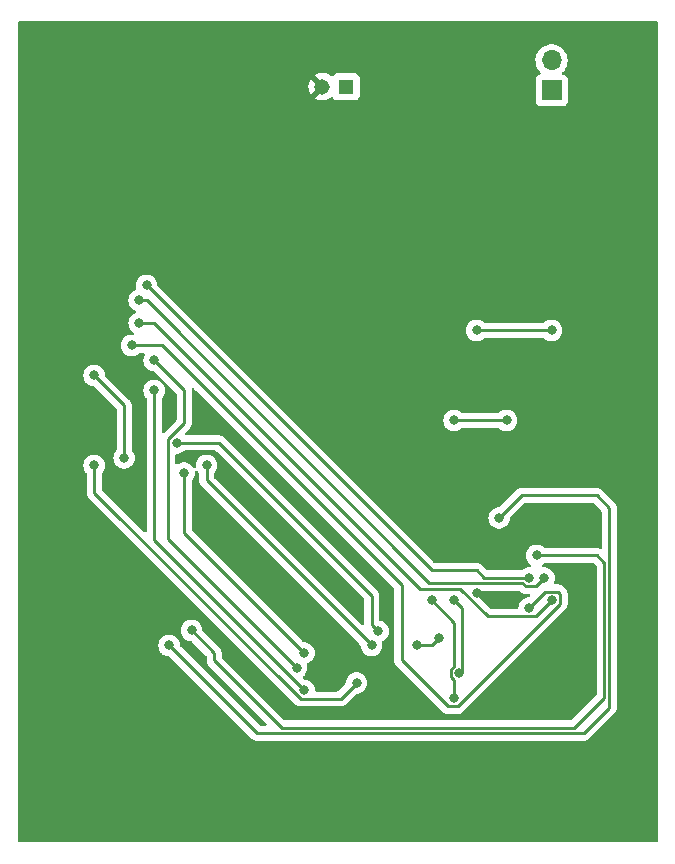
<source format=gbl>
%TF.GenerationSoftware,KiCad,Pcbnew,(6.0.2)*%
%TF.CreationDate,2023-04-06T22:37:41-04:00*%
%TF.ProjectId,skydiving-altimeter,736b7964-6976-4696-9e67-2d616c74696d,rev?*%
%TF.SameCoordinates,Original*%
%TF.FileFunction,Copper,L2,Bot*%
%TF.FilePolarity,Positive*%
%FSLAX46Y46*%
G04 Gerber Fmt 4.6, Leading zero omitted, Abs format (unit mm)*
G04 Created by KiCad (PCBNEW (6.0.2)) date 2023-04-06 22:37:41*
%MOMM*%
%LPD*%
G01*
G04 APERTURE LIST*
%TA.AperFunction,ComponentPad*%
%ADD10R,1.700000X1.700000*%
%TD*%
%TA.AperFunction,ComponentPad*%
%ADD11O,1.700000X1.700000*%
%TD*%
%TA.AperFunction,ComponentPad*%
%ADD12C,1.308000*%
%TD*%
%TA.AperFunction,ComponentPad*%
%ADD13R,1.308000X1.308000*%
%TD*%
%TA.AperFunction,ViaPad*%
%ADD14C,0.800000*%
%TD*%
%TA.AperFunction,Conductor*%
%ADD15C,0.250000*%
%TD*%
G04 APERTURE END LIST*
D10*
%TO.P,J3,1,Pin_1*%
%TO.N,/Power/VIN*%
X124460000Y-59055000D03*
D11*
%TO.P,J3,2,Pin_2*%
%TO.N,Net-(J2-Pad1)*%
X124460000Y-56515000D03*
%TD*%
D12*
%TO.P,J2,2,Pin_2*%
%TO.N,GND*%
X105045000Y-58727500D03*
D13*
%TO.P,J2,1,Pin_1*%
%TO.N,Net-(J2-Pad1)*%
X107045000Y-58727500D03*
%TD*%
D14*
%TO.N,GND*%
X107315000Y-98425000D03*
X105410000Y-99695000D03*
%TO.N,/STM_32/SWCLK*%
X92075000Y-106045000D03*
X120015000Y-95250000D03*
%TO.N,GND*%
X84455000Y-60960000D03*
X88900000Y-64770000D03*
%TO.N,/Display/RD*%
X95250000Y-90805000D03*
X109220000Y-106045000D03*
X113030000Y-106045000D03*
%TO.N,/Display/COMMAND_MODE*%
X85725000Y-90805000D03*
%TO.N,/Display/RD*%
X114935000Y-105410000D03*
%TO.N,/Display/COMMAND_MODE*%
X107950000Y-109220000D03*
%TO.N,GND*%
X81915000Y-74295000D03*
%TO.N,/Display/DB2*%
X85725000Y-83185000D03*
X88265000Y-90170000D03*
X93345000Y-91440000D03*
X103505359Y-106680359D03*
%TO.N,/Display/DB3*%
X90805000Y-81915000D03*
X102870000Y-107950000D03*
%TO.N,GND*%
X119700000Y-88265000D03*
X125095000Y-82550000D03*
%TO.N,+5V*%
X118110000Y-79375000D03*
X124460000Y-79375000D03*
%TO.N,GND*%
X110490000Y-107950000D03*
%TO.N,/Display/WR*%
X92710000Y-88900000D03*
X109783245Y-104846755D03*
%TO.N,/Display/DB1*%
X90805000Y-84455000D03*
X103505000Y-109855000D03*
X116645201Y-108390201D03*
X116205000Y-102235000D03*
%TO.N,GND*%
X114300000Y-97790000D03*
X116205000Y-97790000D03*
%TO.N,/Display/DB4*%
X88900000Y-80645000D03*
%TO.N,/Display/DB5*%
X89535000Y-78740000D03*
%TO.N,/Display/DB6*%
X89535000Y-76835000D03*
%TO.N,/Display/DB7*%
X90170000Y-75565000D03*
%TO.N,/STM_32/SWDIO*%
X93980000Y-104775000D03*
X123190000Y-98425000D03*
%TO.N,/Display/DB6*%
X123825000Y-100330000D03*
%TO.N,/Display/DB7*%
X122555000Y-100330000D03*
%TO.N,/Display/DB4*%
X122555000Y-102870000D03*
%TO.N,/Display/DB5*%
X124460000Y-102235000D03*
%TO.N,/LED_DI*%
X114300000Y-102235000D03*
X116205000Y-110490000D03*
%TO.N,GND*%
X118110000Y-97790000D03*
X121920000Y-82550000D03*
X104140000Y-71755000D03*
X118110000Y-101600000D03*
%TO.N,/Baro Sensor/SDA*%
X116205000Y-86995000D03*
X120650000Y-86995000D03*
%TD*%
D15*
%TO.N,/STM_32/SWCLK*%
X127185480Y-113479520D02*
X99509520Y-113479520D01*
X129354520Y-111310480D02*
X127185480Y-113479520D01*
X129354520Y-94429520D02*
X129354520Y-111310480D01*
X99509520Y-113479520D02*
X92075000Y-106045000D01*
X128270000Y-93345000D02*
X129354520Y-94429520D01*
X121920000Y-93345000D02*
X128270000Y-93345000D01*
X120015000Y-95250000D02*
X121920000Y-93345000D01*
%TO.N,/Display/RD*%
X95250000Y-92075000D02*
X95250000Y-90805000D01*
X109220000Y-106045000D02*
X95250000Y-92075000D01*
%TO.N,/Display/WR*%
X96274614Y-88900000D02*
X92710000Y-88900000D01*
X109220000Y-104283510D02*
X109220000Y-101845386D01*
X109783245Y-104846755D02*
X109220000Y-104283510D01*
X109220000Y-101845386D02*
X96274614Y-88900000D01*
%TO.N,/Display/RD*%
X114300000Y-106045000D02*
X113030000Y-106045000D01*
X114935000Y-105410000D02*
X114300000Y-106045000D01*
%TO.N,/Display/COMMAND_MODE*%
X85725000Y-93099614D02*
X85725000Y-90805000D01*
X103204897Y-110579511D02*
X85725000Y-93099614D01*
X106590489Y-110579511D02*
X103204897Y-110579511D01*
X107950000Y-109220000D02*
X106590489Y-110579511D01*
%TO.N,/STM_32/SWDIO*%
X128270000Y-98425000D02*
X123190000Y-98425000D01*
X128905000Y-99060000D02*
X128270000Y-98425000D01*
X128905000Y-110490000D02*
X128905000Y-99060000D01*
X126365000Y-113030000D02*
X128905000Y-110490000D01*
X101600000Y-113030000D02*
X126365000Y-113030000D01*
X93980000Y-104775000D02*
X95885000Y-106680000D01*
X95885000Y-106680000D02*
X95885000Y-107315000D01*
X95885000Y-107315000D02*
X101600000Y-113030000D01*
%TO.N,/LED_DI*%
X116205000Y-104140000D02*
X114300000Y-102235000D01*
X116205000Y-107805788D02*
X116205000Y-104140000D01*
X115920690Y-108090098D02*
X116205000Y-107805788D01*
X115920690Y-108690304D02*
X115920690Y-108090098D01*
X116205000Y-108974614D02*
X115920690Y-108690304D01*
X116205000Y-110490000D02*
X116205000Y-108974614D01*
%TO.N,/Display/DB2*%
X88265000Y-85725000D02*
X85725000Y-83185000D01*
X88265000Y-90170000D02*
X88265000Y-85725000D01*
X93345000Y-96520000D02*
X93345000Y-91440000D01*
X103505359Y-106680359D02*
X93345000Y-96520000D01*
%TO.N,/Display/DB3*%
X91985489Y-88599897D02*
X91985489Y-97065489D01*
X93345000Y-87240386D02*
X91985489Y-88599897D01*
X91985489Y-97065489D02*
X102870000Y-107950000D01*
X93345000Y-84455000D02*
X93345000Y-87240386D01*
X90805000Y-81915000D02*
X93345000Y-84455000D01*
%TO.N,/Display/DB1*%
X116840000Y-102870000D02*
X116205000Y-102235000D01*
X116840000Y-108195402D02*
X116840000Y-102870000D01*
X116645201Y-108390201D02*
X116840000Y-108195402D01*
%TO.N,GND*%
X121920000Y-82550000D02*
X125095000Y-82550000D01*
%TO.N,+5V*%
X124460000Y-79375000D02*
X118110000Y-79375000D01*
%TO.N,/Display/DB1*%
X90805000Y-97155000D02*
X90805000Y-84455000D01*
X103505000Y-109855000D02*
X90805000Y-97155000D01*
%TO.N,/Display/DB7*%
X114300000Y-99695000D02*
X90170000Y-75565000D01*
X118110000Y-99695000D02*
X114300000Y-99695000D01*
X118745000Y-100330000D02*
X118110000Y-99695000D01*
X122555000Y-100330000D02*
X118745000Y-100330000D01*
%TO.N,/Display/DB4*%
X91440000Y-80645000D02*
X88900000Y-80645000D01*
X111760000Y-100965000D02*
X91440000Y-80645000D01*
X115659511Y-111214511D02*
X111760000Y-107315000D01*
X116505103Y-111214511D02*
X115659511Y-111214511D01*
X125184511Y-101689511D02*
X125184511Y-102535103D01*
X125184511Y-102535103D02*
X116505103Y-111214511D01*
X125005489Y-101510489D02*
X125184511Y-101689511D01*
X122555000Y-102870000D02*
X123914511Y-101510489D01*
X123914511Y-101510489D02*
X125005489Y-101510489D01*
X111760000Y-107315000D02*
X111760000Y-100965000D01*
%TO.N,/Display/DB5*%
X90805000Y-78740000D02*
X89535000Y-78740000D01*
X116714426Y-101229040D02*
X113294040Y-101229040D01*
X123100489Y-103594511D02*
X119079897Y-103594511D01*
X113294040Y-101229040D02*
X90805000Y-78740000D01*
X124460000Y-102235000D02*
X123100489Y-103594511D01*
X119079897Y-103594511D02*
X116714426Y-101229040D01*
%TO.N,/Display/DB6*%
X90170000Y-76835000D02*
X89535000Y-76835000D01*
X114114520Y-100779520D02*
X90170000Y-76835000D01*
X121979906Y-100779520D02*
X114114520Y-100779520D01*
X122254897Y-101054511D02*
X121979906Y-100779520D01*
X123825000Y-100330000D02*
X123100489Y-101054511D01*
X123100489Y-101054511D02*
X122254897Y-101054511D01*
%TO.N,/Baro Sensor/SDA*%
X120650000Y-86995000D02*
X116205000Y-86995000D01*
%TD*%
%TA.AperFunction,Conductor*%
%TO.N,GND*%
G36*
X133419121Y-53233002D02*
G01*
X133465614Y-53286658D01*
X133477000Y-53339000D01*
X133477000Y-122556000D01*
X133456998Y-122624121D01*
X133403342Y-122670614D01*
X133351000Y-122682000D01*
X79374000Y-122682000D01*
X79305879Y-122661998D01*
X79259386Y-122608342D01*
X79248000Y-122556000D01*
X79248000Y-90805000D01*
X84811496Y-90805000D01*
X84812186Y-90811565D01*
X84830565Y-90986427D01*
X84831458Y-90994928D01*
X84890473Y-91176556D01*
X84985960Y-91341944D01*
X85059137Y-91423215D01*
X85089853Y-91487221D01*
X85091500Y-91507524D01*
X85091500Y-93020847D01*
X85090973Y-93032030D01*
X85089298Y-93039523D01*
X85089547Y-93047449D01*
X85089547Y-93047450D01*
X85091438Y-93107600D01*
X85091500Y-93111559D01*
X85091500Y-93139470D01*
X85091997Y-93143404D01*
X85091997Y-93143405D01*
X85092005Y-93143470D01*
X85092938Y-93155307D01*
X85094327Y-93199503D01*
X85099978Y-93218953D01*
X85103987Y-93238314D01*
X85106526Y-93258411D01*
X85109445Y-93265782D01*
X85109445Y-93265784D01*
X85122804Y-93299526D01*
X85126649Y-93310756D01*
X85138982Y-93353207D01*
X85143015Y-93360026D01*
X85143017Y-93360031D01*
X85149293Y-93370642D01*
X85157988Y-93388390D01*
X85165448Y-93407231D01*
X85170110Y-93413647D01*
X85170110Y-93413648D01*
X85191436Y-93443001D01*
X85197952Y-93452921D01*
X85220458Y-93490976D01*
X85234779Y-93505297D01*
X85247619Y-93520330D01*
X85259528Y-93536721D01*
X85265634Y-93541772D01*
X85293605Y-93564912D01*
X85302384Y-93572902D01*
X102701240Y-110971758D01*
X102708784Y-110980048D01*
X102712897Y-110986529D01*
X102718674Y-110991954D01*
X102762564Y-111033169D01*
X102765406Y-111035924D01*
X102785127Y-111055645D01*
X102788322Y-111058123D01*
X102797344Y-111065829D01*
X102829576Y-111096097D01*
X102836525Y-111099917D01*
X102847329Y-111105857D01*
X102863853Y-111116710D01*
X102879856Y-111129124D01*
X102920440Y-111146687D01*
X102931070Y-111151894D01*
X102969837Y-111173206D01*
X102977514Y-111175177D01*
X102977519Y-111175179D01*
X102989455Y-111178243D01*
X103008163Y-111184648D01*
X103026752Y-111192692D01*
X103034577Y-111193931D01*
X103034579Y-111193932D01*
X103070416Y-111199608D01*
X103082037Y-111202015D01*
X103113856Y-111210184D01*
X103124867Y-111213011D01*
X103145128Y-111213011D01*
X103164837Y-111214562D01*
X103184840Y-111217730D01*
X103192732Y-111216984D01*
X103197959Y-111216490D01*
X103228851Y-111213570D01*
X103240708Y-111213011D01*
X106511722Y-111213011D01*
X106522905Y-111213538D01*
X106530398Y-111215213D01*
X106538324Y-111214964D01*
X106538325Y-111214964D01*
X106598475Y-111213073D01*
X106602434Y-111213011D01*
X106630345Y-111213011D01*
X106634280Y-111212514D01*
X106634345Y-111212506D01*
X106646182Y-111211573D01*
X106678440Y-111210559D01*
X106682459Y-111210433D01*
X106690378Y-111210184D01*
X106709832Y-111204532D01*
X106729189Y-111200524D01*
X106741419Y-111198979D01*
X106741420Y-111198979D01*
X106749286Y-111197985D01*
X106756657Y-111195066D01*
X106756659Y-111195066D01*
X106790401Y-111181707D01*
X106801631Y-111177862D01*
X106836472Y-111167740D01*
X106836473Y-111167740D01*
X106844082Y-111165529D01*
X106850901Y-111161496D01*
X106850906Y-111161494D01*
X106861517Y-111155218D01*
X106879265Y-111146523D01*
X106898106Y-111139063D01*
X106918476Y-111124264D01*
X106933876Y-111113075D01*
X106943796Y-111106559D01*
X106975024Y-111088091D01*
X106975027Y-111088089D01*
X106981851Y-111084053D01*
X106996172Y-111069732D01*
X107011206Y-111056891D01*
X107012921Y-111055645D01*
X107027596Y-111044983D01*
X107032646Y-111038879D01*
X107032651Y-111038874D01*
X107055782Y-111010913D01*
X107063772Y-111002132D01*
X107900501Y-110165404D01*
X107962813Y-110131379D01*
X107989596Y-110128500D01*
X108045487Y-110128500D01*
X108051939Y-110127128D01*
X108051944Y-110127128D01*
X108138887Y-110108647D01*
X108232288Y-110088794D01*
X108238319Y-110086109D01*
X108400722Y-110013803D01*
X108400724Y-110013802D01*
X108406752Y-110011118D01*
X108561253Y-109898866D01*
X108565675Y-109893955D01*
X108684621Y-109761852D01*
X108684622Y-109761851D01*
X108689040Y-109756944D01*
X108784527Y-109591556D01*
X108843542Y-109409928D01*
X108857418Y-109277910D01*
X108862814Y-109226565D01*
X108863504Y-109220000D01*
X108853099Y-109120998D01*
X108844232Y-109036635D01*
X108844232Y-109036633D01*
X108843542Y-109030072D01*
X108784527Y-108848444D01*
X108689040Y-108683056D01*
X108648598Y-108638140D01*
X108565675Y-108546045D01*
X108565674Y-108546044D01*
X108561253Y-108541134D01*
X108406752Y-108428882D01*
X108400724Y-108426198D01*
X108400722Y-108426197D01*
X108238319Y-108353891D01*
X108238318Y-108353891D01*
X108232288Y-108351206D01*
X108119721Y-108327279D01*
X108051944Y-108312872D01*
X108051939Y-108312872D01*
X108045487Y-108311500D01*
X107854513Y-108311500D01*
X107848061Y-108312872D01*
X107848056Y-108312872D01*
X107780279Y-108327279D01*
X107667712Y-108351206D01*
X107661682Y-108353891D01*
X107661681Y-108353891D01*
X107499278Y-108426197D01*
X107499276Y-108426198D01*
X107493248Y-108428882D01*
X107338747Y-108541134D01*
X107334326Y-108546044D01*
X107334325Y-108546045D01*
X107251403Y-108638140D01*
X107210960Y-108683056D01*
X107115473Y-108848444D01*
X107056458Y-109030072D01*
X107055768Y-109036633D01*
X107055768Y-109036635D01*
X107049530Y-109095990D01*
X107040562Y-109181319D01*
X107039093Y-109195292D01*
X107012080Y-109260949D01*
X107002878Y-109271218D01*
X106364988Y-109909107D01*
X106302676Y-109943132D01*
X106275893Y-109946011D01*
X104541521Y-109946011D01*
X104473400Y-109926009D01*
X104426907Y-109872353D01*
X104416211Y-109833182D01*
X104399232Y-109671634D01*
X104399231Y-109671631D01*
X104398542Y-109665072D01*
X104339527Y-109483444D01*
X104244040Y-109318056D01*
X104207893Y-109277910D01*
X104120675Y-109181045D01*
X104120674Y-109181044D01*
X104116253Y-109176134D01*
X103993952Y-109087277D01*
X103967094Y-109067763D01*
X103967093Y-109067762D01*
X103961752Y-109063882D01*
X103955724Y-109061198D01*
X103955722Y-109061197D01*
X103793319Y-108988891D01*
X103793318Y-108988891D01*
X103787288Y-108986206D01*
X103670266Y-108961332D01*
X103606944Y-108947872D01*
X103606939Y-108947872D01*
X103600487Y-108946500D01*
X103544595Y-108946500D01*
X103476474Y-108926498D01*
X103455500Y-108909595D01*
X103408058Y-108862153D01*
X103374032Y-108799841D01*
X103379097Y-108729026D01*
X103423092Y-108671123D01*
X103481253Y-108628866D01*
X103560247Y-108541134D01*
X103604621Y-108491852D01*
X103604622Y-108491851D01*
X103609040Y-108486944D01*
X103704527Y-108321556D01*
X103763542Y-108139928D01*
X103765640Y-108119973D01*
X103782814Y-107956565D01*
X103783504Y-107950000D01*
X103765668Y-107780298D01*
X103764232Y-107766635D01*
X103764232Y-107766633D01*
X103763542Y-107760072D01*
X103741776Y-107693084D01*
X103739748Y-107622117D01*
X103776411Y-107561319D01*
X103810360Y-107539041D01*
X103956081Y-107474162D01*
X103956083Y-107474161D01*
X103962111Y-107471477D01*
X104116612Y-107359225D01*
X104203401Y-107262836D01*
X104239980Y-107222211D01*
X104239981Y-107222210D01*
X104244399Y-107217303D01*
X104339886Y-107051915D01*
X104398901Y-106870287D01*
X104415271Y-106714540D01*
X104418173Y-106686924D01*
X104418863Y-106680359D01*
X104416782Y-106660555D01*
X104399591Y-106496994D01*
X104399591Y-106496992D01*
X104398901Y-106490431D01*
X104339886Y-106308803D01*
X104319976Y-106274317D01*
X104283375Y-106210923D01*
X104244399Y-106143415D01*
X104116612Y-106001493D01*
X103962111Y-105889241D01*
X103956083Y-105886557D01*
X103956081Y-105886556D01*
X103793678Y-105814250D01*
X103793677Y-105814250D01*
X103787647Y-105811565D01*
X103694247Y-105791712D01*
X103607303Y-105773231D01*
X103607298Y-105773231D01*
X103600846Y-105771859D01*
X103544954Y-105771859D01*
X103476833Y-105751857D01*
X103455859Y-105734954D01*
X94015405Y-96294500D01*
X93981379Y-96232188D01*
X93978500Y-96205405D01*
X93978500Y-92142524D01*
X93998502Y-92074403D01*
X94010858Y-92058221D01*
X94084040Y-91976944D01*
X94179527Y-91811556D01*
X94238542Y-91629928D01*
X94258504Y-91440000D01*
X94251680Y-91375070D01*
X94264453Y-91305232D01*
X94312955Y-91253385D01*
X94381788Y-91235991D01*
X94449097Y-91258573D01*
X94486107Y-91298898D01*
X94510960Y-91341944D01*
X94584137Y-91423215D01*
X94614853Y-91487221D01*
X94616500Y-91507524D01*
X94616500Y-91996233D01*
X94615973Y-92007416D01*
X94614298Y-92014909D01*
X94614547Y-92022835D01*
X94614547Y-92022836D01*
X94616438Y-92082986D01*
X94616500Y-92086945D01*
X94616500Y-92114856D01*
X94616997Y-92118790D01*
X94616997Y-92118791D01*
X94617005Y-92118856D01*
X94617938Y-92130693D01*
X94619327Y-92174889D01*
X94624978Y-92194339D01*
X94628987Y-92213700D01*
X94631526Y-92233797D01*
X94634445Y-92241168D01*
X94634445Y-92241170D01*
X94647804Y-92274912D01*
X94651649Y-92286142D01*
X94663982Y-92328593D01*
X94668015Y-92335412D01*
X94668017Y-92335417D01*
X94674293Y-92346028D01*
X94682988Y-92363776D01*
X94690448Y-92382617D01*
X94695110Y-92389033D01*
X94695110Y-92389034D01*
X94716436Y-92418387D01*
X94722952Y-92428307D01*
X94745458Y-92466362D01*
X94759779Y-92480683D01*
X94772619Y-92495716D01*
X94784528Y-92512107D01*
X94790634Y-92517158D01*
X94818605Y-92540298D01*
X94827384Y-92548288D01*
X108272878Y-105993782D01*
X108306904Y-106056094D01*
X108309092Y-106069703D01*
X108326458Y-106234928D01*
X108385473Y-106416556D01*
X108480960Y-106581944D01*
X108485378Y-106586851D01*
X108485379Y-106586852D01*
X108567452Y-106678003D01*
X108608747Y-106723866D01*
X108656784Y-106758767D01*
X108748034Y-106825064D01*
X108763248Y-106836118D01*
X108769276Y-106838802D01*
X108769278Y-106838803D01*
X108919083Y-106905500D01*
X108937712Y-106913794D01*
X109031113Y-106933647D01*
X109118056Y-106952128D01*
X109118061Y-106952128D01*
X109124513Y-106953500D01*
X109315487Y-106953500D01*
X109321939Y-106952128D01*
X109321944Y-106952128D01*
X109408888Y-106933647D01*
X109502288Y-106913794D01*
X109520917Y-106905500D01*
X109670722Y-106838803D01*
X109670724Y-106838802D01*
X109676752Y-106836118D01*
X109691967Y-106825064D01*
X109783216Y-106758767D01*
X109831253Y-106723866D01*
X109872548Y-106678003D01*
X109954621Y-106586852D01*
X109954622Y-106586851D01*
X109959040Y-106581944D01*
X110054527Y-106416556D01*
X110113542Y-106234928D01*
X110133504Y-106045000D01*
X110113542Y-105855072D01*
X110102928Y-105822405D01*
X110100902Y-105751438D01*
X110137565Y-105690640D01*
X110171513Y-105668364D01*
X110233967Y-105640558D01*
X110233969Y-105640557D01*
X110239997Y-105637873D01*
X110394498Y-105525621D01*
X110455610Y-105457749D01*
X110517866Y-105388607D01*
X110517867Y-105388606D01*
X110522285Y-105383699D01*
X110617772Y-105218311D01*
X110676787Y-105036683D01*
X110685019Y-104958365D01*
X110696059Y-104853320D01*
X110696749Y-104846755D01*
X110687544Y-104759174D01*
X110677477Y-104663390D01*
X110677477Y-104663388D01*
X110676787Y-104656827D01*
X110617772Y-104475199D01*
X110522285Y-104309811D01*
X110453258Y-104233148D01*
X110398920Y-104172800D01*
X110398919Y-104172799D01*
X110394498Y-104167889D01*
X110269070Y-104076760D01*
X110245339Y-104059518D01*
X110245338Y-104059517D01*
X110239997Y-104055637D01*
X110233969Y-104052953D01*
X110233967Y-104052952D01*
X110071564Y-103980646D01*
X110071563Y-103980646D01*
X110065533Y-103977961D01*
X109953302Y-103954105D01*
X109890830Y-103920378D01*
X109856508Y-103858228D01*
X109853500Y-103830859D01*
X109853500Y-101924149D01*
X109854027Y-101912965D01*
X109855701Y-101905477D01*
X109853562Y-101837418D01*
X109853500Y-101833461D01*
X109853500Y-101805530D01*
X109852994Y-101801524D01*
X109852061Y-101789678D01*
X109850922Y-101753423D01*
X109850673Y-101745496D01*
X109845022Y-101726044D01*
X109841014Y-101706692D01*
X109839468Y-101694454D01*
X109839467Y-101694452D01*
X109838474Y-101686589D01*
X109822194Y-101645472D01*
X109818359Y-101634271D01*
X109806018Y-101591792D01*
X109801985Y-101584973D01*
X109801983Y-101584968D01*
X109795707Y-101574357D01*
X109787010Y-101556607D01*
X109779552Y-101537769D01*
X109753571Y-101502009D01*
X109747053Y-101492087D01*
X109728578Y-101460846D01*
X109728574Y-101460841D01*
X109724542Y-101454023D01*
X109710218Y-101439699D01*
X109697376Y-101424664D01*
X109685472Y-101408279D01*
X109651406Y-101380097D01*
X109642627Y-101372108D01*
X96778266Y-88507747D01*
X96770726Y-88499461D01*
X96766614Y-88492982D01*
X96716962Y-88446356D01*
X96714121Y-88443602D01*
X96694384Y-88423865D01*
X96691187Y-88421385D01*
X96682165Y-88413680D01*
X96655714Y-88388841D01*
X96649935Y-88383414D01*
X96642989Y-88379595D01*
X96642986Y-88379593D01*
X96632180Y-88373652D01*
X96615661Y-88362801D01*
X96615197Y-88362441D01*
X96599655Y-88350386D01*
X96592386Y-88347241D01*
X96592382Y-88347238D01*
X96559077Y-88332826D01*
X96548427Y-88327609D01*
X96509674Y-88306305D01*
X96490051Y-88301267D01*
X96471348Y-88294863D01*
X96460034Y-88289967D01*
X96460033Y-88289967D01*
X96452759Y-88286819D01*
X96444936Y-88285580D01*
X96444926Y-88285577D01*
X96409090Y-88279901D01*
X96397470Y-88277495D01*
X96362325Y-88268472D01*
X96362324Y-88268472D01*
X96354644Y-88266500D01*
X96334390Y-88266500D01*
X96314679Y-88264949D01*
X96302500Y-88263020D01*
X96294671Y-88261780D01*
X96286779Y-88262526D01*
X96250653Y-88265941D01*
X96238795Y-88266500D01*
X93518981Y-88266500D01*
X93450860Y-88246498D01*
X93404367Y-88192842D01*
X93394263Y-88122568D01*
X93423757Y-88057988D01*
X93429886Y-88051405D01*
X93737253Y-87744038D01*
X93745539Y-87736498D01*
X93752018Y-87732386D01*
X93798644Y-87682734D01*
X93801398Y-87679893D01*
X93821135Y-87660156D01*
X93823615Y-87656959D01*
X93831320Y-87647937D01*
X93845395Y-87632949D01*
X93861586Y-87615707D01*
X93865405Y-87608761D01*
X93865407Y-87608758D01*
X93871348Y-87597952D01*
X93882199Y-87581433D01*
X93889758Y-87571687D01*
X93894614Y-87565427D01*
X93897759Y-87558158D01*
X93897762Y-87558154D01*
X93912174Y-87524849D01*
X93917391Y-87514199D01*
X93938695Y-87475446D01*
X93943733Y-87455823D01*
X93950137Y-87437120D01*
X93955033Y-87425806D01*
X93955033Y-87425805D01*
X93958181Y-87418531D01*
X93959420Y-87410708D01*
X93959423Y-87410698D01*
X93965099Y-87374862D01*
X93967505Y-87363242D01*
X93976528Y-87328097D01*
X93976528Y-87328096D01*
X93978500Y-87320416D01*
X93978500Y-87300162D01*
X93980051Y-87280451D01*
X93981980Y-87268272D01*
X93983220Y-87260443D01*
X93979059Y-87216424D01*
X93978500Y-87204567D01*
X93978500Y-84533763D01*
X93979027Y-84522579D01*
X93980701Y-84515091D01*
X93978562Y-84447032D01*
X93978500Y-84443075D01*
X93978500Y-84415144D01*
X93977994Y-84411138D01*
X93977061Y-84399288D01*
X93976632Y-84385616D01*
X93994488Y-84316901D01*
X94046659Y-84268748D01*
X94116581Y-84256445D01*
X94182055Y-84283899D01*
X94191665Y-84292569D01*
X111089595Y-101190499D01*
X111123621Y-101252811D01*
X111126500Y-101279594D01*
X111126500Y-107236233D01*
X111125973Y-107247416D01*
X111124298Y-107254909D01*
X111124547Y-107262835D01*
X111124547Y-107262836D01*
X111126438Y-107322986D01*
X111126500Y-107326945D01*
X111126500Y-107354856D01*
X111126997Y-107358790D01*
X111126997Y-107358791D01*
X111127005Y-107358856D01*
X111127938Y-107370693D01*
X111129327Y-107414889D01*
X111134978Y-107434339D01*
X111138987Y-107453700D01*
X111141526Y-107473797D01*
X111144445Y-107481168D01*
X111144445Y-107481170D01*
X111157804Y-107514912D01*
X111161649Y-107526142D01*
X111166658Y-107543383D01*
X111173982Y-107568593D01*
X111178015Y-107575412D01*
X111178017Y-107575417D01*
X111184293Y-107586028D01*
X111192988Y-107603776D01*
X111200448Y-107622617D01*
X111205110Y-107629033D01*
X111205110Y-107629034D01*
X111226436Y-107658387D01*
X111232952Y-107668307D01*
X111241374Y-107682547D01*
X111255458Y-107706362D01*
X111269779Y-107720683D01*
X111282619Y-107735716D01*
X111294528Y-107752107D01*
X111318973Y-107772330D01*
X111328605Y-107780298D01*
X111337384Y-107788288D01*
X115155854Y-111606758D01*
X115163398Y-111615048D01*
X115167511Y-111621529D01*
X115173288Y-111626954D01*
X115217178Y-111668169D01*
X115220020Y-111670924D01*
X115239741Y-111690645D01*
X115242936Y-111693123D01*
X115251958Y-111700829D01*
X115284190Y-111731097D01*
X115291139Y-111734917D01*
X115301943Y-111740857D01*
X115318467Y-111751710D01*
X115334470Y-111764124D01*
X115375054Y-111781687D01*
X115385684Y-111786894D01*
X115424451Y-111808206D01*
X115432128Y-111810177D01*
X115432133Y-111810179D01*
X115444069Y-111813243D01*
X115462777Y-111819648D01*
X115481366Y-111827692D01*
X115489191Y-111828931D01*
X115489193Y-111828932D01*
X115525030Y-111834608D01*
X115536651Y-111837015D01*
X115568470Y-111845184D01*
X115579481Y-111848011D01*
X115599742Y-111848011D01*
X115619451Y-111849562D01*
X115639454Y-111852730D01*
X115647346Y-111851984D01*
X115652573Y-111851490D01*
X115683465Y-111848570D01*
X115695322Y-111848011D01*
X116426336Y-111848011D01*
X116437519Y-111848538D01*
X116445012Y-111850213D01*
X116452938Y-111849964D01*
X116452939Y-111849964D01*
X116513089Y-111848073D01*
X116517048Y-111848011D01*
X116544959Y-111848011D01*
X116548894Y-111847514D01*
X116548959Y-111847506D01*
X116560796Y-111846573D01*
X116593054Y-111845559D01*
X116597073Y-111845433D01*
X116604992Y-111845184D01*
X116624446Y-111839532D01*
X116643803Y-111835524D01*
X116656033Y-111833979D01*
X116656034Y-111833979D01*
X116663900Y-111832985D01*
X116671271Y-111830066D01*
X116671273Y-111830066D01*
X116705015Y-111816707D01*
X116716245Y-111812862D01*
X116751086Y-111802740D01*
X116751087Y-111802740D01*
X116758696Y-111800529D01*
X116765515Y-111796496D01*
X116765520Y-111796494D01*
X116776131Y-111790218D01*
X116793879Y-111781523D01*
X116812720Y-111774063D01*
X116833090Y-111759264D01*
X116848490Y-111748075D01*
X116858410Y-111741559D01*
X116889638Y-111723091D01*
X116889641Y-111723089D01*
X116896465Y-111719053D01*
X116910786Y-111704732D01*
X116925820Y-111691891D01*
X116927535Y-111690645D01*
X116942210Y-111679983D01*
X116970401Y-111645906D01*
X116978391Y-111637127D01*
X125576758Y-103038760D01*
X125585048Y-103031216D01*
X125591529Y-103027103D01*
X125638170Y-102977435D01*
X125640924Y-102974594D01*
X125660646Y-102954872D01*
X125663123Y-102951679D01*
X125670828Y-102942658D01*
X125701097Y-102910424D01*
X125704918Y-102903474D01*
X125710857Y-102892671D01*
X125721713Y-102876144D01*
X125729268Y-102866405D01*
X125729269Y-102866403D01*
X125734125Y-102860143D01*
X125751685Y-102819563D01*
X125756902Y-102808915D01*
X125774386Y-102777112D01*
X125774387Y-102777110D01*
X125778206Y-102770163D01*
X125783244Y-102750540D01*
X125789648Y-102731837D01*
X125794544Y-102720523D01*
X125794544Y-102720522D01*
X125797692Y-102713248D01*
X125798931Y-102705425D01*
X125798934Y-102705415D01*
X125804610Y-102669579D01*
X125807016Y-102657959D01*
X125816039Y-102622814D01*
X125816039Y-102622813D01*
X125818011Y-102615133D01*
X125818011Y-102594879D01*
X125819562Y-102575168D01*
X125821491Y-102562989D01*
X125822731Y-102555160D01*
X125818570Y-102511141D01*
X125818011Y-102499284D01*
X125818011Y-101768274D01*
X125818538Y-101757090D01*
X125820212Y-101749602D01*
X125818073Y-101681543D01*
X125818011Y-101677586D01*
X125818011Y-101649655D01*
X125817505Y-101645649D01*
X125816572Y-101633803D01*
X125816356Y-101626907D01*
X125815184Y-101589621D01*
X125809533Y-101570169D01*
X125805525Y-101550817D01*
X125803978Y-101538574D01*
X125802985Y-101530714D01*
X125800067Y-101523343D01*
X125786711Y-101489608D01*
X125782866Y-101478381D01*
X125775789Y-101454023D01*
X125770529Y-101435918D01*
X125766495Y-101429096D01*
X125766492Y-101429090D01*
X125760217Y-101418479D01*
X125751521Y-101400729D01*
X125746983Y-101389267D01*
X125746980Y-101389262D01*
X125744063Y-101381894D01*
X125718084Y-101346136D01*
X125711568Y-101336218D01*
X125693086Y-101304968D01*
X125689053Y-101298148D01*
X125674729Y-101283824D01*
X125661887Y-101268789D01*
X125649983Y-101252404D01*
X125615917Y-101224222D01*
X125607138Y-101216233D01*
X125509141Y-101118236D01*
X125501601Y-101109950D01*
X125497489Y-101103471D01*
X125447837Y-101056845D01*
X125444996Y-101054091D01*
X125425259Y-101034354D01*
X125422062Y-101031874D01*
X125413040Y-101024169D01*
X125386589Y-100999330D01*
X125380810Y-100993903D01*
X125373864Y-100990084D01*
X125373861Y-100990082D01*
X125363055Y-100984141D01*
X125346536Y-100973290D01*
X125346072Y-100972930D01*
X125330530Y-100960875D01*
X125323261Y-100957730D01*
X125323257Y-100957727D01*
X125289952Y-100943315D01*
X125279302Y-100938098D01*
X125240549Y-100916794D01*
X125220926Y-100911756D01*
X125202223Y-100905352D01*
X125190909Y-100900456D01*
X125190908Y-100900456D01*
X125183634Y-100897308D01*
X125175811Y-100896069D01*
X125175801Y-100896066D01*
X125139965Y-100890390D01*
X125128345Y-100887984D01*
X125093200Y-100878961D01*
X125093199Y-100878961D01*
X125085519Y-100876989D01*
X125065265Y-100876989D01*
X125045554Y-100875438D01*
X125033375Y-100873509D01*
X125025546Y-100872269D01*
X125017654Y-100873015D01*
X124981528Y-100876430D01*
X124969670Y-100876989D01*
X124774686Y-100876989D01*
X124706565Y-100856987D01*
X124660072Y-100803331D01*
X124649968Y-100733057D01*
X124658585Y-100703187D01*
X124659527Y-100701556D01*
X124718542Y-100519928D01*
X124738504Y-100330000D01*
X124718542Y-100140072D01*
X124659527Y-99958444D01*
X124564040Y-99793056D01*
X124436253Y-99651134D01*
X124281752Y-99538882D01*
X124275724Y-99536198D01*
X124275722Y-99536197D01*
X124113319Y-99463891D01*
X124113318Y-99463891D01*
X124107288Y-99461206D01*
X123981539Y-99434477D01*
X123926944Y-99422872D01*
X123926939Y-99422872D01*
X123920487Y-99421500D01*
X123751856Y-99421500D01*
X123683735Y-99401498D01*
X123637242Y-99347842D01*
X123627138Y-99277568D01*
X123656632Y-99212988D01*
X123677795Y-99193564D01*
X123778415Y-99120459D01*
X123801253Y-99103866D01*
X123805668Y-99098963D01*
X123810580Y-99094540D01*
X123811705Y-99095789D01*
X123865014Y-99062949D01*
X123898200Y-99058500D01*
X127955406Y-99058500D01*
X128023527Y-99078502D01*
X128044501Y-99095405D01*
X128234595Y-99285499D01*
X128268621Y-99347811D01*
X128271500Y-99374594D01*
X128271500Y-110175405D01*
X128251498Y-110243526D01*
X128234595Y-110264500D01*
X126139500Y-112359595D01*
X126077188Y-112393621D01*
X126050405Y-112396500D01*
X101914594Y-112396500D01*
X101846473Y-112376498D01*
X101825499Y-112359595D01*
X96555405Y-107089500D01*
X96521379Y-107027188D01*
X96518500Y-107000405D01*
X96518500Y-106758767D01*
X96519027Y-106747584D01*
X96520702Y-106740091D01*
X96518562Y-106672000D01*
X96518500Y-106668043D01*
X96518500Y-106640144D01*
X96517996Y-106636153D01*
X96517063Y-106624311D01*
X96516677Y-106612006D01*
X96515674Y-106580111D01*
X96513462Y-106572497D01*
X96513461Y-106572492D01*
X96510023Y-106560659D01*
X96506012Y-106541295D01*
X96504467Y-106529064D01*
X96503474Y-106521203D01*
X96500557Y-106513836D01*
X96500556Y-106513831D01*
X96487198Y-106480092D01*
X96483354Y-106468865D01*
X96473230Y-106434022D01*
X96471018Y-106426407D01*
X96460707Y-106408972D01*
X96452012Y-106391224D01*
X96444552Y-106372383D01*
X96418564Y-106336613D01*
X96412048Y-106326693D01*
X96393580Y-106295465D01*
X96393578Y-106295462D01*
X96389542Y-106288638D01*
X96375221Y-106274317D01*
X96362380Y-106259283D01*
X96355131Y-106249306D01*
X96350472Y-106242893D01*
X96316395Y-106214702D01*
X96307616Y-106206712D01*
X94927122Y-104826217D01*
X94893096Y-104763905D01*
X94890907Y-104750292D01*
X94888894Y-104731134D01*
X94884977Y-104693866D01*
X94874232Y-104591635D01*
X94874232Y-104591633D01*
X94873542Y-104585072D01*
X94814527Y-104403444D01*
X94719040Y-104238056D01*
X94714246Y-104232731D01*
X94595675Y-104101045D01*
X94595674Y-104101044D01*
X94591253Y-104096134D01*
X94436752Y-103983882D01*
X94430724Y-103981198D01*
X94430722Y-103981197D01*
X94268319Y-103908891D01*
X94268318Y-103908891D01*
X94262288Y-103906206D01*
X94168887Y-103886353D01*
X94081944Y-103867872D01*
X94081939Y-103867872D01*
X94075487Y-103866500D01*
X93884513Y-103866500D01*
X93878061Y-103867872D01*
X93878056Y-103867872D01*
X93791112Y-103886353D01*
X93697712Y-103906206D01*
X93691682Y-103908891D01*
X93691681Y-103908891D01*
X93529278Y-103981197D01*
X93529276Y-103981198D01*
X93523248Y-103983882D01*
X93368747Y-104096134D01*
X93364326Y-104101044D01*
X93364325Y-104101045D01*
X93245755Y-104232731D01*
X93240960Y-104238056D01*
X93145473Y-104403444D01*
X93086458Y-104585072D01*
X93085768Y-104591633D01*
X93085768Y-104591635D01*
X93071515Y-104727251D01*
X93066496Y-104775000D01*
X93086458Y-104964928D01*
X93145473Y-105146556D01*
X93240960Y-105311944D01*
X93245378Y-105316851D01*
X93245379Y-105316852D01*
X93364325Y-105448955D01*
X93368747Y-105453866D01*
X93523248Y-105566118D01*
X93529276Y-105568802D01*
X93529278Y-105568803D01*
X93691681Y-105641109D01*
X93697712Y-105643794D01*
X93791113Y-105663647D01*
X93878056Y-105682128D01*
X93878061Y-105682128D01*
X93884513Y-105683500D01*
X93940406Y-105683500D01*
X94008527Y-105703502D01*
X94029501Y-105720405D01*
X95214595Y-106905500D01*
X95248621Y-106967812D01*
X95251500Y-106994595D01*
X95251500Y-107236233D01*
X95250973Y-107247416D01*
X95249298Y-107254909D01*
X95249547Y-107262835D01*
X95249547Y-107262836D01*
X95251438Y-107322986D01*
X95251500Y-107326945D01*
X95251500Y-107354856D01*
X95251997Y-107358790D01*
X95251997Y-107358791D01*
X95252005Y-107358856D01*
X95252938Y-107370693D01*
X95254327Y-107414889D01*
X95259978Y-107434339D01*
X95263987Y-107453700D01*
X95266526Y-107473797D01*
X95269445Y-107481168D01*
X95269445Y-107481170D01*
X95282804Y-107514912D01*
X95286649Y-107526142D01*
X95291658Y-107543383D01*
X95298982Y-107568593D01*
X95303015Y-107575412D01*
X95303017Y-107575417D01*
X95309293Y-107586028D01*
X95317988Y-107603776D01*
X95325448Y-107622617D01*
X95330110Y-107629033D01*
X95330110Y-107629034D01*
X95351436Y-107658387D01*
X95357952Y-107668307D01*
X95366374Y-107682547D01*
X95380458Y-107706362D01*
X95394779Y-107720683D01*
X95407619Y-107735716D01*
X95419528Y-107752107D01*
X95443973Y-107772330D01*
X95453605Y-107780298D01*
X95462384Y-107788288D01*
X100305021Y-112630925D01*
X100339047Y-112693237D01*
X100333982Y-112764052D01*
X100291435Y-112820888D01*
X100224915Y-112845699D01*
X100215926Y-112846020D01*
X99824114Y-112846020D01*
X99755993Y-112826018D01*
X99735019Y-112809115D01*
X93022122Y-106096217D01*
X92988096Y-106033905D01*
X92985907Y-106020292D01*
X92969232Y-105861635D01*
X92969232Y-105861633D01*
X92968542Y-105855072D01*
X92909527Y-105673444D01*
X92814040Y-105508056D01*
X92768744Y-105457749D01*
X92690675Y-105371045D01*
X92690674Y-105371044D01*
X92686253Y-105366134D01*
X92531752Y-105253882D01*
X92525724Y-105251198D01*
X92525722Y-105251197D01*
X92363319Y-105178891D01*
X92363318Y-105178891D01*
X92357288Y-105176206D01*
X92244721Y-105152279D01*
X92176944Y-105137872D01*
X92176939Y-105137872D01*
X92170487Y-105136500D01*
X91979513Y-105136500D01*
X91973061Y-105137872D01*
X91973056Y-105137872D01*
X91905279Y-105152279D01*
X91792712Y-105176206D01*
X91786682Y-105178891D01*
X91786681Y-105178891D01*
X91624278Y-105251197D01*
X91624276Y-105251198D01*
X91618248Y-105253882D01*
X91463747Y-105366134D01*
X91459326Y-105371044D01*
X91459325Y-105371045D01*
X91381257Y-105457749D01*
X91335960Y-105508056D01*
X91240473Y-105673444D01*
X91181458Y-105855072D01*
X91161496Y-106045000D01*
X91181458Y-106234928D01*
X91240473Y-106416556D01*
X91335960Y-106581944D01*
X91340378Y-106586851D01*
X91340379Y-106586852D01*
X91422452Y-106678003D01*
X91463747Y-106723866D01*
X91511784Y-106758767D01*
X91603034Y-106825064D01*
X91618248Y-106836118D01*
X91624276Y-106838802D01*
X91624278Y-106838803D01*
X91774083Y-106905500D01*
X91792712Y-106913794D01*
X91886113Y-106933647D01*
X91973056Y-106952128D01*
X91973061Y-106952128D01*
X91979513Y-106953500D01*
X92035406Y-106953500D01*
X92103527Y-106973502D01*
X92124501Y-106990405D01*
X99005868Y-113871773D01*
X99013408Y-113880059D01*
X99017520Y-113886538D01*
X99023297Y-113891963D01*
X99067171Y-113933163D01*
X99070013Y-113935918D01*
X99089750Y-113955655D01*
X99092947Y-113958135D01*
X99101967Y-113965838D01*
X99134199Y-113996106D01*
X99141145Y-113999925D01*
X99141148Y-113999927D01*
X99151954Y-114005868D01*
X99168473Y-114016719D01*
X99184479Y-114029134D01*
X99191748Y-114032279D01*
X99191752Y-114032282D01*
X99225057Y-114046694D01*
X99235707Y-114051911D01*
X99274460Y-114073215D01*
X99282135Y-114075186D01*
X99282136Y-114075186D01*
X99294082Y-114078253D01*
X99312787Y-114084657D01*
X99331375Y-114092701D01*
X99339198Y-114093940D01*
X99339208Y-114093943D01*
X99375044Y-114099619D01*
X99386664Y-114102025D01*
X99418479Y-114110193D01*
X99429490Y-114113020D01*
X99449744Y-114113020D01*
X99469454Y-114114571D01*
X99489463Y-114117740D01*
X99497355Y-114116994D01*
X99516100Y-114115222D01*
X99533482Y-114113579D01*
X99545339Y-114113020D01*
X127106713Y-114113020D01*
X127117896Y-114113547D01*
X127125389Y-114115222D01*
X127133315Y-114114973D01*
X127133316Y-114114973D01*
X127193466Y-114113082D01*
X127197425Y-114113020D01*
X127225336Y-114113020D01*
X127229271Y-114112523D01*
X127229336Y-114112515D01*
X127241173Y-114111582D01*
X127273431Y-114110568D01*
X127277450Y-114110442D01*
X127285369Y-114110193D01*
X127304823Y-114104541D01*
X127324180Y-114100533D01*
X127336410Y-114098988D01*
X127336411Y-114098988D01*
X127344277Y-114097994D01*
X127351648Y-114095075D01*
X127351650Y-114095075D01*
X127385392Y-114081716D01*
X127396622Y-114077871D01*
X127431463Y-114067749D01*
X127431464Y-114067749D01*
X127439073Y-114065538D01*
X127445892Y-114061505D01*
X127445897Y-114061503D01*
X127456508Y-114055227D01*
X127474256Y-114046532D01*
X127493097Y-114039072D01*
X127528867Y-114013084D01*
X127538787Y-114006568D01*
X127570015Y-113988100D01*
X127570018Y-113988098D01*
X127576842Y-113984062D01*
X127591163Y-113969741D01*
X127606197Y-113956900D01*
X127616174Y-113949651D01*
X127622587Y-113944992D01*
X127650778Y-113910915D01*
X127658768Y-113902136D01*
X129746773Y-111814132D01*
X129755059Y-111806592D01*
X129761538Y-111802480D01*
X129808164Y-111752828D01*
X129810918Y-111749987D01*
X129830655Y-111730250D01*
X129833135Y-111727053D01*
X129840840Y-111718031D01*
X129871106Y-111685801D01*
X129874925Y-111678855D01*
X129874927Y-111678852D01*
X129880868Y-111668046D01*
X129891719Y-111651527D01*
X129899278Y-111641781D01*
X129904134Y-111635521D01*
X129907279Y-111628252D01*
X129907282Y-111628248D01*
X129921694Y-111594943D01*
X129926911Y-111584293D01*
X129948215Y-111545540D01*
X129953253Y-111525917D01*
X129959657Y-111507214D01*
X129964553Y-111495900D01*
X129964553Y-111495899D01*
X129967701Y-111488625D01*
X129968940Y-111480802D01*
X129968943Y-111480792D01*
X129974619Y-111444956D01*
X129977025Y-111433336D01*
X129986048Y-111398191D01*
X129986048Y-111398190D01*
X129988020Y-111390510D01*
X129988020Y-111370256D01*
X129989571Y-111350545D01*
X129991500Y-111338366D01*
X129992740Y-111330537D01*
X129988579Y-111286518D01*
X129988020Y-111274661D01*
X129988020Y-94508287D01*
X129988547Y-94497104D01*
X129990222Y-94489611D01*
X129988082Y-94421520D01*
X129988020Y-94417563D01*
X129988020Y-94389664D01*
X129987516Y-94385673D01*
X129986583Y-94373831D01*
X129985477Y-94338621D01*
X129985194Y-94329631D01*
X129982982Y-94322017D01*
X129982981Y-94322012D01*
X129979543Y-94310179D01*
X129975532Y-94290815D01*
X129973987Y-94278584D01*
X129972994Y-94270723D01*
X129970077Y-94263356D01*
X129970076Y-94263351D01*
X129956718Y-94229612D01*
X129952874Y-94218385D01*
X129942750Y-94183542D01*
X129940538Y-94175927D01*
X129930227Y-94158492D01*
X129921532Y-94140744D01*
X129914072Y-94121903D01*
X129888084Y-94086133D01*
X129881568Y-94076213D01*
X129863100Y-94044985D01*
X129863098Y-94044982D01*
X129859062Y-94038158D01*
X129844741Y-94023837D01*
X129831900Y-94008803D01*
X129824651Y-93998826D01*
X129819992Y-93992413D01*
X129785915Y-93964222D01*
X129777136Y-93956232D01*
X128773652Y-92952747D01*
X128766112Y-92944461D01*
X128762000Y-92937982D01*
X128712348Y-92891356D01*
X128709507Y-92888602D01*
X128689770Y-92868865D01*
X128686573Y-92866385D01*
X128677551Y-92858680D01*
X128664122Y-92846069D01*
X128645321Y-92828414D01*
X128638375Y-92824595D01*
X128638372Y-92824593D01*
X128627566Y-92818652D01*
X128611047Y-92807801D01*
X128610583Y-92807441D01*
X128595041Y-92795386D01*
X128587772Y-92792241D01*
X128587768Y-92792238D01*
X128554463Y-92777826D01*
X128543813Y-92772609D01*
X128505060Y-92751305D01*
X128485437Y-92746267D01*
X128466734Y-92739863D01*
X128455420Y-92734967D01*
X128455419Y-92734967D01*
X128448145Y-92731819D01*
X128440322Y-92730580D01*
X128440312Y-92730577D01*
X128404476Y-92724901D01*
X128392856Y-92722495D01*
X128357711Y-92713472D01*
X128357710Y-92713472D01*
X128350030Y-92711500D01*
X128329776Y-92711500D01*
X128310065Y-92709949D01*
X128297886Y-92708020D01*
X128290057Y-92706780D01*
X128260786Y-92709547D01*
X128246039Y-92710941D01*
X128234181Y-92711500D01*
X121998767Y-92711500D01*
X121987584Y-92710973D01*
X121980091Y-92709298D01*
X121972165Y-92709547D01*
X121972164Y-92709547D01*
X121912001Y-92711438D01*
X121908043Y-92711500D01*
X121880144Y-92711500D01*
X121876154Y-92712004D01*
X121864320Y-92712936D01*
X121820111Y-92714326D01*
X121812497Y-92716538D01*
X121812492Y-92716539D01*
X121800659Y-92719977D01*
X121781296Y-92723988D01*
X121761203Y-92726526D01*
X121753836Y-92729443D01*
X121753831Y-92729444D01*
X121720092Y-92742802D01*
X121708865Y-92746646D01*
X121666407Y-92758982D01*
X121659581Y-92763019D01*
X121648972Y-92769293D01*
X121631224Y-92777988D01*
X121612383Y-92785448D01*
X121605967Y-92790110D01*
X121605966Y-92790110D01*
X121576613Y-92811436D01*
X121566693Y-92817952D01*
X121535465Y-92836420D01*
X121535462Y-92836422D01*
X121528638Y-92840458D01*
X121514317Y-92854779D01*
X121499284Y-92867619D01*
X121482893Y-92879528D01*
X121474217Y-92890016D01*
X121454702Y-92913605D01*
X121446712Y-92922384D01*
X120064500Y-94304595D01*
X120002188Y-94338621D01*
X119975405Y-94341500D01*
X119919513Y-94341500D01*
X119913061Y-94342872D01*
X119913056Y-94342872D01*
X119826112Y-94361353D01*
X119732712Y-94381206D01*
X119726682Y-94383891D01*
X119726681Y-94383891D01*
X119564278Y-94456197D01*
X119564276Y-94456198D01*
X119558248Y-94458882D01*
X119403747Y-94571134D01*
X119275960Y-94713056D01*
X119180473Y-94878444D01*
X119121458Y-95060072D01*
X119101496Y-95250000D01*
X119121458Y-95439928D01*
X119180473Y-95621556D01*
X119275960Y-95786944D01*
X119403747Y-95928866D01*
X119558248Y-96041118D01*
X119564276Y-96043802D01*
X119564278Y-96043803D01*
X119726681Y-96116109D01*
X119732712Y-96118794D01*
X119826112Y-96138647D01*
X119913056Y-96157128D01*
X119913061Y-96157128D01*
X119919513Y-96158500D01*
X120110487Y-96158500D01*
X120116939Y-96157128D01*
X120116944Y-96157128D01*
X120203887Y-96138647D01*
X120297288Y-96118794D01*
X120303319Y-96116109D01*
X120465722Y-96043803D01*
X120465724Y-96043802D01*
X120471752Y-96041118D01*
X120626253Y-95928866D01*
X120754040Y-95786944D01*
X120849527Y-95621556D01*
X120908542Y-95439928D01*
X120925907Y-95274706D01*
X120952920Y-95209050D01*
X120962122Y-95198782D01*
X122145500Y-94015405D01*
X122207812Y-93981379D01*
X122234595Y-93978500D01*
X127955405Y-93978500D01*
X128023526Y-93998502D01*
X128044501Y-94015405D01*
X128684116Y-94655021D01*
X128718141Y-94717333D01*
X128721020Y-94744116D01*
X128721020Y-97736976D01*
X128701018Y-97805097D01*
X128647362Y-97851590D01*
X128577088Y-97861694D01*
X128534319Y-97847390D01*
X128512007Y-97835124D01*
X128512006Y-97835124D01*
X128505060Y-97831305D01*
X128485437Y-97826267D01*
X128466734Y-97819863D01*
X128455420Y-97814967D01*
X128455419Y-97814967D01*
X128448145Y-97811819D01*
X128440322Y-97810580D01*
X128440312Y-97810577D01*
X128404476Y-97804901D01*
X128392856Y-97802495D01*
X128357711Y-97793472D01*
X128357710Y-97793472D01*
X128350030Y-97791500D01*
X128329776Y-97791500D01*
X128310065Y-97789949D01*
X128297886Y-97788020D01*
X128290057Y-97786780D01*
X128282165Y-97787526D01*
X128246039Y-97790941D01*
X128234181Y-97791500D01*
X123898200Y-97791500D01*
X123830079Y-97771498D01*
X123810853Y-97755157D01*
X123810580Y-97755460D01*
X123805668Y-97751037D01*
X123801253Y-97746134D01*
X123646752Y-97633882D01*
X123640724Y-97631198D01*
X123640722Y-97631197D01*
X123478319Y-97558891D01*
X123478318Y-97558891D01*
X123472288Y-97556206D01*
X123378888Y-97536353D01*
X123291944Y-97517872D01*
X123291939Y-97517872D01*
X123285487Y-97516500D01*
X123094513Y-97516500D01*
X123088061Y-97517872D01*
X123088056Y-97517872D01*
X123001112Y-97536353D01*
X122907712Y-97556206D01*
X122901682Y-97558891D01*
X122901681Y-97558891D01*
X122739278Y-97631197D01*
X122739276Y-97631198D01*
X122733248Y-97633882D01*
X122578747Y-97746134D01*
X122574326Y-97751044D01*
X122574325Y-97751045D01*
X122516770Y-97814967D01*
X122450960Y-97888056D01*
X122355473Y-98053444D01*
X122296458Y-98235072D01*
X122276496Y-98425000D01*
X122296458Y-98614928D01*
X122355473Y-98796556D01*
X122450960Y-98961944D01*
X122455378Y-98966851D01*
X122455379Y-98966852D01*
X122558896Y-99081819D01*
X122578747Y-99103866D01*
X122667917Y-99168652D01*
X122702205Y-99193564D01*
X122745559Y-99249787D01*
X122751634Y-99320523D01*
X122718502Y-99383314D01*
X122656682Y-99418226D01*
X122628144Y-99421500D01*
X122459513Y-99421500D01*
X122453061Y-99422872D01*
X122453056Y-99422872D01*
X122398461Y-99434477D01*
X122272712Y-99461206D01*
X122266682Y-99463891D01*
X122266681Y-99463891D01*
X122104278Y-99536197D01*
X122104276Y-99536198D01*
X122098248Y-99538882D01*
X121943747Y-99651134D01*
X121939332Y-99656037D01*
X121934420Y-99660460D01*
X121933295Y-99659211D01*
X121879986Y-99692051D01*
X121846800Y-99696500D01*
X119059595Y-99696500D01*
X118991474Y-99676498D01*
X118970499Y-99659595D01*
X118613647Y-99302742D01*
X118606113Y-99294463D01*
X118602000Y-99287982D01*
X118552348Y-99241356D01*
X118549507Y-99238602D01*
X118529770Y-99218865D01*
X118526573Y-99216385D01*
X118517551Y-99208680D01*
X118491100Y-99183841D01*
X118485321Y-99178414D01*
X118478375Y-99174595D01*
X118478372Y-99174593D01*
X118467566Y-99168652D01*
X118451047Y-99157801D01*
X118450583Y-99157441D01*
X118435041Y-99145386D01*
X118427772Y-99142241D01*
X118427768Y-99142238D01*
X118394463Y-99127826D01*
X118383813Y-99122609D01*
X118345060Y-99101305D01*
X118335908Y-99098955D01*
X118325438Y-99096267D01*
X118306734Y-99089863D01*
X118295420Y-99084967D01*
X118295419Y-99084967D01*
X118288145Y-99081819D01*
X118280322Y-99080580D01*
X118280312Y-99080577D01*
X118244476Y-99074901D01*
X118232856Y-99072495D01*
X118197711Y-99063472D01*
X118197710Y-99063472D01*
X118190030Y-99061500D01*
X118169776Y-99061500D01*
X118150065Y-99059949D01*
X118137886Y-99058020D01*
X118130057Y-99056780D01*
X118122165Y-99057526D01*
X118086039Y-99060941D01*
X118074181Y-99061500D01*
X114614595Y-99061500D01*
X114546474Y-99041498D01*
X114525500Y-99024595D01*
X102495905Y-86995000D01*
X115291496Y-86995000D01*
X115311458Y-87184928D01*
X115370473Y-87366556D01*
X115465960Y-87531944D01*
X115470378Y-87536851D01*
X115470379Y-87536852D01*
X115541380Y-87615707D01*
X115593747Y-87673866D01*
X115748248Y-87786118D01*
X115754276Y-87788802D01*
X115754278Y-87788803D01*
X115916681Y-87861109D01*
X115922712Y-87863794D01*
X116016112Y-87883647D01*
X116103056Y-87902128D01*
X116103061Y-87902128D01*
X116109513Y-87903500D01*
X116300487Y-87903500D01*
X116306939Y-87902128D01*
X116306944Y-87902128D01*
X116393888Y-87883647D01*
X116487288Y-87863794D01*
X116493319Y-87861109D01*
X116655722Y-87788803D01*
X116655724Y-87788802D01*
X116661752Y-87786118D01*
X116728266Y-87737793D01*
X116807958Y-87679893D01*
X116816253Y-87673866D01*
X116820668Y-87668963D01*
X116825580Y-87664540D01*
X116826705Y-87665789D01*
X116880014Y-87632949D01*
X116913200Y-87628500D01*
X119941800Y-87628500D01*
X120009921Y-87648502D01*
X120029147Y-87664843D01*
X120029420Y-87664540D01*
X120034332Y-87668963D01*
X120038747Y-87673866D01*
X120047042Y-87679893D01*
X120126735Y-87737793D01*
X120193248Y-87786118D01*
X120199276Y-87788802D01*
X120199278Y-87788803D01*
X120361681Y-87861109D01*
X120367712Y-87863794D01*
X120461112Y-87883647D01*
X120548056Y-87902128D01*
X120548061Y-87902128D01*
X120554513Y-87903500D01*
X120745487Y-87903500D01*
X120751939Y-87902128D01*
X120751944Y-87902128D01*
X120838888Y-87883647D01*
X120932288Y-87863794D01*
X120938319Y-87861109D01*
X121100722Y-87788803D01*
X121100724Y-87788802D01*
X121106752Y-87786118D01*
X121261253Y-87673866D01*
X121313620Y-87615707D01*
X121384621Y-87536852D01*
X121384622Y-87536851D01*
X121389040Y-87531944D01*
X121484527Y-87366556D01*
X121543542Y-87184928D01*
X121563504Y-86995000D01*
X121543542Y-86805072D01*
X121484527Y-86623444D01*
X121389040Y-86458056D01*
X121261253Y-86316134D01*
X121106752Y-86203882D01*
X121100724Y-86201198D01*
X121100722Y-86201197D01*
X120938319Y-86128891D01*
X120938318Y-86128891D01*
X120932288Y-86126206D01*
X120838888Y-86106353D01*
X120751944Y-86087872D01*
X120751939Y-86087872D01*
X120745487Y-86086500D01*
X120554513Y-86086500D01*
X120548061Y-86087872D01*
X120548056Y-86087872D01*
X120461112Y-86106353D01*
X120367712Y-86126206D01*
X120361682Y-86128891D01*
X120361681Y-86128891D01*
X120199278Y-86201197D01*
X120199276Y-86201198D01*
X120193248Y-86203882D01*
X120038747Y-86316134D01*
X120034332Y-86321037D01*
X120029420Y-86325460D01*
X120028295Y-86324211D01*
X119974986Y-86357051D01*
X119941800Y-86361500D01*
X116913200Y-86361500D01*
X116845079Y-86341498D01*
X116825853Y-86325157D01*
X116825580Y-86325460D01*
X116820668Y-86321037D01*
X116816253Y-86316134D01*
X116661752Y-86203882D01*
X116655724Y-86201198D01*
X116655722Y-86201197D01*
X116493319Y-86128891D01*
X116493318Y-86128891D01*
X116487288Y-86126206D01*
X116393888Y-86106353D01*
X116306944Y-86087872D01*
X116306939Y-86087872D01*
X116300487Y-86086500D01*
X116109513Y-86086500D01*
X116103061Y-86087872D01*
X116103056Y-86087872D01*
X116016112Y-86106353D01*
X115922712Y-86126206D01*
X115916682Y-86128891D01*
X115916681Y-86128891D01*
X115754278Y-86201197D01*
X115754276Y-86201198D01*
X115748248Y-86203882D01*
X115593747Y-86316134D01*
X115465960Y-86458056D01*
X115370473Y-86623444D01*
X115311458Y-86805072D01*
X115291496Y-86995000D01*
X102495905Y-86995000D01*
X94875905Y-79375000D01*
X117196496Y-79375000D01*
X117197186Y-79381565D01*
X117213187Y-79533803D01*
X117216458Y-79564928D01*
X117275473Y-79746556D01*
X117370960Y-79911944D01*
X117375378Y-79916851D01*
X117375379Y-79916852D01*
X117461905Y-80012949D01*
X117498747Y-80053866D01*
X117653248Y-80166118D01*
X117659276Y-80168802D01*
X117659278Y-80168803D01*
X117821681Y-80241109D01*
X117827712Y-80243794D01*
X117921113Y-80263647D01*
X118008056Y-80282128D01*
X118008061Y-80282128D01*
X118014513Y-80283500D01*
X118205487Y-80283500D01*
X118211939Y-80282128D01*
X118211944Y-80282128D01*
X118298887Y-80263647D01*
X118392288Y-80243794D01*
X118398319Y-80241109D01*
X118560722Y-80168803D01*
X118560724Y-80168802D01*
X118566752Y-80166118D01*
X118653423Y-80103148D01*
X118699671Y-80069546D01*
X118721253Y-80053866D01*
X118725668Y-80048963D01*
X118730580Y-80044540D01*
X118731705Y-80045789D01*
X118785014Y-80012949D01*
X118818200Y-80008500D01*
X123751800Y-80008500D01*
X123819921Y-80028502D01*
X123839147Y-80044843D01*
X123839420Y-80044540D01*
X123844332Y-80048963D01*
X123848747Y-80053866D01*
X123870329Y-80069546D01*
X123916578Y-80103148D01*
X124003248Y-80166118D01*
X124009276Y-80168802D01*
X124009278Y-80168803D01*
X124171681Y-80241109D01*
X124177712Y-80243794D01*
X124271113Y-80263647D01*
X124358056Y-80282128D01*
X124358061Y-80282128D01*
X124364513Y-80283500D01*
X124555487Y-80283500D01*
X124561939Y-80282128D01*
X124561944Y-80282128D01*
X124648887Y-80263647D01*
X124742288Y-80243794D01*
X124748319Y-80241109D01*
X124910722Y-80168803D01*
X124910724Y-80168802D01*
X124916752Y-80166118D01*
X125071253Y-80053866D01*
X125108095Y-80012949D01*
X125194621Y-79916852D01*
X125194622Y-79916851D01*
X125199040Y-79911944D01*
X125294527Y-79746556D01*
X125353542Y-79564928D01*
X125356814Y-79533803D01*
X125372814Y-79381565D01*
X125373504Y-79375000D01*
X125353542Y-79185072D01*
X125294527Y-79003444D01*
X125199040Y-78838056D01*
X125071253Y-78696134D01*
X124916752Y-78583882D01*
X124910724Y-78581198D01*
X124910722Y-78581197D01*
X124748319Y-78508891D01*
X124748318Y-78508891D01*
X124742288Y-78506206D01*
X124648888Y-78486353D01*
X124561944Y-78467872D01*
X124561939Y-78467872D01*
X124555487Y-78466500D01*
X124364513Y-78466500D01*
X124358061Y-78467872D01*
X124358056Y-78467872D01*
X124271112Y-78486353D01*
X124177712Y-78506206D01*
X124171682Y-78508891D01*
X124171681Y-78508891D01*
X124009278Y-78581197D01*
X124009276Y-78581198D01*
X124003248Y-78583882D01*
X123848747Y-78696134D01*
X123844332Y-78701037D01*
X123839420Y-78705460D01*
X123838295Y-78704211D01*
X123784986Y-78737051D01*
X123751800Y-78741500D01*
X118818200Y-78741500D01*
X118750079Y-78721498D01*
X118730853Y-78705157D01*
X118730580Y-78705460D01*
X118725668Y-78701037D01*
X118721253Y-78696134D01*
X118566752Y-78583882D01*
X118560724Y-78581198D01*
X118560722Y-78581197D01*
X118398319Y-78508891D01*
X118398318Y-78508891D01*
X118392288Y-78506206D01*
X118298888Y-78486353D01*
X118211944Y-78467872D01*
X118211939Y-78467872D01*
X118205487Y-78466500D01*
X118014513Y-78466500D01*
X118008061Y-78467872D01*
X118008056Y-78467872D01*
X117921112Y-78486353D01*
X117827712Y-78506206D01*
X117821682Y-78508891D01*
X117821681Y-78508891D01*
X117659278Y-78581197D01*
X117659276Y-78581198D01*
X117653248Y-78583882D01*
X117498747Y-78696134D01*
X117370960Y-78838056D01*
X117275473Y-79003444D01*
X117216458Y-79185072D01*
X117196496Y-79375000D01*
X94875905Y-79375000D01*
X91117122Y-75616217D01*
X91083096Y-75553905D01*
X91080907Y-75540292D01*
X91064232Y-75381635D01*
X91064232Y-75381633D01*
X91063542Y-75375072D01*
X91004527Y-75193444D01*
X90909040Y-75028056D01*
X90781253Y-74886134D01*
X90626752Y-74773882D01*
X90620724Y-74771198D01*
X90620722Y-74771197D01*
X90458319Y-74698891D01*
X90458318Y-74698891D01*
X90452288Y-74696206D01*
X90358887Y-74676353D01*
X90271944Y-74657872D01*
X90271939Y-74657872D01*
X90265487Y-74656500D01*
X90074513Y-74656500D01*
X90068061Y-74657872D01*
X90068056Y-74657872D01*
X89981113Y-74676353D01*
X89887712Y-74696206D01*
X89881682Y-74698891D01*
X89881681Y-74698891D01*
X89719278Y-74771197D01*
X89719276Y-74771198D01*
X89713248Y-74773882D01*
X89558747Y-74886134D01*
X89430960Y-75028056D01*
X89335473Y-75193444D01*
X89276458Y-75375072D01*
X89256496Y-75565000D01*
X89276458Y-75754928D01*
X89278498Y-75761206D01*
X89298371Y-75822370D01*
X89300398Y-75893338D01*
X89263736Y-75954136D01*
X89229786Y-75976413D01*
X89084281Y-76041195D01*
X89084274Y-76041199D01*
X89078248Y-76043882D01*
X88923747Y-76156134D01*
X88795960Y-76298056D01*
X88700473Y-76463444D01*
X88641458Y-76645072D01*
X88621496Y-76835000D01*
X88641458Y-77024928D01*
X88700473Y-77206556D01*
X88795960Y-77371944D01*
X88923747Y-77513866D01*
X89078248Y-77626118D01*
X89084276Y-77628802D01*
X89084278Y-77628803D01*
X89182184Y-77672393D01*
X89236279Y-77718373D01*
X89256929Y-77786300D01*
X89237577Y-77854608D01*
X89182184Y-77902607D01*
X89084278Y-77946197D01*
X89084276Y-77946198D01*
X89078248Y-77948882D01*
X88923747Y-78061134D01*
X88795960Y-78203056D01*
X88700473Y-78368444D01*
X88641458Y-78550072D01*
X88640768Y-78556633D01*
X88640768Y-78556635D01*
X88625158Y-78705157D01*
X88621496Y-78740000D01*
X88641458Y-78929928D01*
X88700473Y-79111556D01*
X88795960Y-79276944D01*
X88923747Y-79418866D01*
X89014009Y-79484446D01*
X89047205Y-79508564D01*
X89090559Y-79564787D01*
X89096634Y-79635523D01*
X89063502Y-79698314D01*
X89001682Y-79733226D01*
X88973144Y-79736500D01*
X88804513Y-79736500D01*
X88798061Y-79737872D01*
X88798056Y-79737872D01*
X88743461Y-79749477D01*
X88617712Y-79776206D01*
X88611682Y-79778891D01*
X88611681Y-79778891D01*
X88449278Y-79851197D01*
X88449276Y-79851198D01*
X88443248Y-79853882D01*
X88288747Y-79966134D01*
X88284326Y-79971044D01*
X88284325Y-79971045D01*
X88206257Y-80057749D01*
X88160960Y-80108056D01*
X88065473Y-80273444D01*
X88006458Y-80455072D01*
X87986496Y-80645000D01*
X88006458Y-80834928D01*
X88065473Y-81016556D01*
X88160960Y-81181944D01*
X88288747Y-81323866D01*
X88443248Y-81436118D01*
X88449276Y-81438802D01*
X88449278Y-81438803D01*
X88513733Y-81467500D01*
X88617712Y-81513794D01*
X88711112Y-81533647D01*
X88798056Y-81552128D01*
X88798061Y-81552128D01*
X88804513Y-81553500D01*
X88995487Y-81553500D01*
X89001939Y-81552128D01*
X89001944Y-81552128D01*
X89088888Y-81533647D01*
X89182288Y-81513794D01*
X89286267Y-81467500D01*
X89350722Y-81438803D01*
X89350724Y-81438802D01*
X89356752Y-81436118D01*
X89511253Y-81323866D01*
X89515668Y-81318963D01*
X89520580Y-81314540D01*
X89521705Y-81315789D01*
X89575014Y-81282949D01*
X89608200Y-81278500D01*
X89905200Y-81278500D01*
X89973321Y-81298502D01*
X90019814Y-81352158D01*
X90029918Y-81422432D01*
X90014319Y-81467500D01*
X89987591Y-81513794D01*
X89970473Y-81543444D01*
X89911458Y-81725072D01*
X89891496Y-81915000D01*
X89911458Y-82104928D01*
X89970473Y-82286556D01*
X90065960Y-82451944D01*
X90070378Y-82456851D01*
X90070379Y-82456852D01*
X90114753Y-82506134D01*
X90193747Y-82593866D01*
X90348248Y-82706118D01*
X90354276Y-82708802D01*
X90354278Y-82708803D01*
X90516681Y-82781109D01*
X90522712Y-82783794D01*
X90616112Y-82803647D01*
X90703056Y-82822128D01*
X90703061Y-82822128D01*
X90709513Y-82823500D01*
X90765406Y-82823500D01*
X90833527Y-82843502D01*
X90854501Y-82860405D01*
X91578641Y-83584545D01*
X91589600Y-83604615D01*
X91595497Y-83606225D01*
X91618502Y-83624406D01*
X92674595Y-84680499D01*
X92708621Y-84742811D01*
X92711500Y-84769594D01*
X92711500Y-86925792D01*
X92691498Y-86993913D01*
X92674595Y-87014887D01*
X91653595Y-88035886D01*
X91591283Y-88069912D01*
X91520467Y-88064847D01*
X91463632Y-88022300D01*
X91438821Y-87955780D01*
X91438500Y-87946791D01*
X91438500Y-85157524D01*
X91458502Y-85089403D01*
X91470858Y-85073221D01*
X91544040Y-84991944D01*
X91639527Y-84826556D01*
X91698542Y-84644928D01*
X91718504Y-84455000D01*
X91704960Y-84326137D01*
X91699232Y-84271635D01*
X91699232Y-84271633D01*
X91698542Y-84265072D01*
X91639527Y-84083444D01*
X91628092Y-84063637D01*
X91547341Y-83923774D01*
X91544040Y-83918056D01*
X91498744Y-83867749D01*
X91435771Y-83797811D01*
X91429263Y-83784250D01*
X91429161Y-83784228D01*
X91415485Y-83775576D01*
X91267094Y-83667763D01*
X91267093Y-83667762D01*
X91261752Y-83663882D01*
X91255724Y-83661198D01*
X91255722Y-83661197D01*
X91093319Y-83588891D01*
X91093318Y-83588891D01*
X91087288Y-83586206D01*
X90974721Y-83562279D01*
X90906944Y-83547872D01*
X90906939Y-83547872D01*
X90900487Y-83546500D01*
X90709513Y-83546500D01*
X90703061Y-83547872D01*
X90703056Y-83547872D01*
X90635279Y-83562279D01*
X90522712Y-83586206D01*
X90516682Y-83588891D01*
X90516681Y-83588891D01*
X90354278Y-83661197D01*
X90354276Y-83661198D01*
X90348248Y-83663882D01*
X90193747Y-83776134D01*
X90189326Y-83781044D01*
X90189325Y-83781045D01*
X90111257Y-83867749D01*
X90065960Y-83918056D01*
X90062659Y-83923774D01*
X89981909Y-84063637D01*
X89970473Y-84083444D01*
X89911458Y-84265072D01*
X89910768Y-84271633D01*
X89910768Y-84271635D01*
X89905040Y-84326137D01*
X89891496Y-84455000D01*
X89911458Y-84644928D01*
X89970473Y-84826556D01*
X90065960Y-84991944D01*
X90139137Y-85073215D01*
X90169853Y-85137221D01*
X90171500Y-85157524D01*
X90171500Y-96346019D01*
X90151498Y-96414140D01*
X90097842Y-96460633D01*
X90027568Y-96470737D01*
X89962988Y-96441243D01*
X89956405Y-96435114D01*
X86395405Y-92874114D01*
X86361379Y-92811802D01*
X86358500Y-92785019D01*
X86358500Y-91507524D01*
X86378502Y-91439403D01*
X86390858Y-91423221D01*
X86464040Y-91341944D01*
X86559527Y-91176556D01*
X86618542Y-90994928D01*
X86619436Y-90986427D01*
X86637814Y-90811565D01*
X86638504Y-90805000D01*
X86622846Y-90656021D01*
X86619232Y-90621635D01*
X86619232Y-90621633D01*
X86618542Y-90615072D01*
X86559527Y-90433444D01*
X86464040Y-90268056D01*
X86336253Y-90126134D01*
X86181752Y-90013882D01*
X86175724Y-90011198D01*
X86175722Y-90011197D01*
X86013319Y-89938891D01*
X86013318Y-89938891D01*
X86007288Y-89936206D01*
X85913888Y-89916353D01*
X85826944Y-89897872D01*
X85826939Y-89897872D01*
X85820487Y-89896500D01*
X85629513Y-89896500D01*
X85623061Y-89897872D01*
X85623056Y-89897872D01*
X85536112Y-89916353D01*
X85442712Y-89936206D01*
X85436682Y-89938891D01*
X85436681Y-89938891D01*
X85274278Y-90011197D01*
X85274276Y-90011198D01*
X85268248Y-90013882D01*
X85113747Y-90126134D01*
X84985960Y-90268056D01*
X84890473Y-90433444D01*
X84831458Y-90615072D01*
X84830768Y-90621633D01*
X84830768Y-90621635D01*
X84827154Y-90656021D01*
X84811496Y-90805000D01*
X79248000Y-90805000D01*
X79248000Y-83185000D01*
X84811496Y-83185000D01*
X84831458Y-83374928D01*
X84890473Y-83556556D01*
X84985960Y-83721944D01*
X84990378Y-83726851D01*
X84990379Y-83726852D01*
X85054271Y-83797811D01*
X85113747Y-83863866D01*
X85268248Y-83976118D01*
X85274276Y-83978802D01*
X85274278Y-83978803D01*
X85436681Y-84051109D01*
X85442712Y-84053794D01*
X85536112Y-84073647D01*
X85623056Y-84092128D01*
X85623061Y-84092128D01*
X85629513Y-84093500D01*
X85685406Y-84093500D01*
X85753527Y-84113502D01*
X85774501Y-84130405D01*
X87594595Y-85950499D01*
X87628621Y-86012811D01*
X87631500Y-86039594D01*
X87631500Y-89467476D01*
X87611498Y-89535597D01*
X87599142Y-89551779D01*
X87525960Y-89633056D01*
X87430473Y-89798444D01*
X87371458Y-89980072D01*
X87370768Y-89986633D01*
X87370768Y-89986635D01*
X87356515Y-90122251D01*
X87351496Y-90170000D01*
X87371458Y-90359928D01*
X87430473Y-90541556D01*
X87525960Y-90706944D01*
X87530378Y-90711851D01*
X87530379Y-90711852D01*
X87574753Y-90761134D01*
X87653747Y-90848866D01*
X87808248Y-90961118D01*
X87814276Y-90963802D01*
X87814278Y-90963803D01*
X87915813Y-91009009D01*
X87982712Y-91038794D01*
X88076113Y-91058647D01*
X88163056Y-91077128D01*
X88163061Y-91077128D01*
X88169513Y-91078500D01*
X88360487Y-91078500D01*
X88366939Y-91077128D01*
X88366944Y-91077128D01*
X88453887Y-91058647D01*
X88547288Y-91038794D01*
X88614187Y-91009009D01*
X88715722Y-90963803D01*
X88715724Y-90963802D01*
X88721752Y-90961118D01*
X88876253Y-90848866D01*
X88955247Y-90761134D01*
X88999621Y-90711852D01*
X88999622Y-90711851D01*
X89004040Y-90706944D01*
X89099527Y-90541556D01*
X89158542Y-90359928D01*
X89178504Y-90170000D01*
X89173485Y-90122251D01*
X89159232Y-89986635D01*
X89159232Y-89986633D01*
X89158542Y-89980072D01*
X89099527Y-89798444D01*
X89004040Y-89633056D01*
X88930863Y-89551785D01*
X88900147Y-89487779D01*
X88898500Y-89467476D01*
X88898500Y-85803763D01*
X88899027Y-85792579D01*
X88900701Y-85785091D01*
X88898562Y-85717032D01*
X88898500Y-85713075D01*
X88898500Y-85685144D01*
X88897994Y-85681138D01*
X88897061Y-85669292D01*
X88895922Y-85633037D01*
X88895673Y-85625110D01*
X88890022Y-85605658D01*
X88886014Y-85586306D01*
X88884468Y-85574068D01*
X88884467Y-85574066D01*
X88883474Y-85566203D01*
X88867194Y-85525086D01*
X88863359Y-85513885D01*
X88851018Y-85471406D01*
X88846985Y-85464587D01*
X88846983Y-85464582D01*
X88840707Y-85453971D01*
X88832010Y-85436221D01*
X88824552Y-85417383D01*
X88798571Y-85381623D01*
X88792053Y-85371701D01*
X88773578Y-85340460D01*
X88773574Y-85340455D01*
X88769542Y-85333637D01*
X88755218Y-85319313D01*
X88742376Y-85304278D01*
X88730472Y-85287893D01*
X88696406Y-85259711D01*
X88687627Y-85251722D01*
X86672122Y-83236217D01*
X86638096Y-83173905D01*
X86635907Y-83160292D01*
X86619232Y-83001635D01*
X86619232Y-83001633D01*
X86618542Y-82995072D01*
X86559527Y-82813444D01*
X86464040Y-82648056D01*
X86418744Y-82597749D01*
X86340675Y-82511045D01*
X86340674Y-82511044D01*
X86336253Y-82506134D01*
X86181752Y-82393882D01*
X86175724Y-82391198D01*
X86175722Y-82391197D01*
X86013319Y-82318891D01*
X86013318Y-82318891D01*
X86007288Y-82316206D01*
X85894721Y-82292279D01*
X85826944Y-82277872D01*
X85826939Y-82277872D01*
X85820487Y-82276500D01*
X85629513Y-82276500D01*
X85623061Y-82277872D01*
X85623056Y-82277872D01*
X85555279Y-82292279D01*
X85442712Y-82316206D01*
X85436682Y-82318891D01*
X85436681Y-82318891D01*
X85274278Y-82391197D01*
X85274276Y-82391198D01*
X85268248Y-82393882D01*
X85113747Y-82506134D01*
X85109326Y-82511044D01*
X85109325Y-82511045D01*
X85031257Y-82597749D01*
X84985960Y-82648056D01*
X84890473Y-82813444D01*
X84831458Y-82995072D01*
X84811496Y-83185000D01*
X79248000Y-83185000D01*
X79248000Y-58702718D01*
X103878800Y-58702718D01*
X103892011Y-58904289D01*
X103893811Y-58915656D01*
X103943537Y-59111450D01*
X103947375Y-59122288D01*
X104031950Y-59305746D01*
X104037698Y-59315702D01*
X104052042Y-59335999D01*
X104062630Y-59344387D01*
X104075931Y-59337359D01*
X104672978Y-58740312D01*
X104680592Y-58726368D01*
X104680461Y-58724535D01*
X104676210Y-58717920D01*
X104073558Y-58115268D01*
X104061178Y-58108508D01*
X104055212Y-58112974D01*
X103969546Y-58275798D01*
X103965138Y-58286441D01*
X103905235Y-58479357D01*
X103902845Y-58490601D01*
X103879101Y-58691217D01*
X103878800Y-58702718D01*
X79248000Y-58702718D01*
X79248000Y-57746777D01*
X104428389Y-57746777D01*
X104431876Y-57755166D01*
X105315115Y-58638405D01*
X105349141Y-58700717D01*
X105344076Y-58771532D01*
X105315115Y-58816595D01*
X104435328Y-59696382D01*
X104429132Y-59707728D01*
X104439014Y-59720217D01*
X104483362Y-59749850D01*
X104493472Y-59755340D01*
X104679077Y-59835082D01*
X104690020Y-59838637D01*
X104887042Y-59883219D01*
X104898452Y-59884721D01*
X105100307Y-59892652D01*
X105111789Y-59892050D01*
X105311712Y-59863063D01*
X105322894Y-59860378D01*
X105514185Y-59795443D01*
X105524688Y-59790767D01*
X105700950Y-59692056D01*
X105710422Y-59685546D01*
X105776652Y-59630463D01*
X105841816Y-59602282D01*
X105911871Y-59613806D01*
X105958047Y-59651772D01*
X105991481Y-59696382D01*
X106027739Y-59744761D01*
X106144295Y-59832115D01*
X106280684Y-59883245D01*
X106342866Y-59890000D01*
X107747134Y-59890000D01*
X107809316Y-59883245D01*
X107945705Y-59832115D01*
X108062261Y-59744761D01*
X108149615Y-59628205D01*
X108200745Y-59491816D01*
X108207500Y-59429634D01*
X108207500Y-58025366D01*
X108200745Y-57963184D01*
X108149615Y-57826795D01*
X108062261Y-57710239D01*
X107945705Y-57622885D01*
X107809316Y-57571755D01*
X107747134Y-57565000D01*
X106342866Y-57565000D01*
X106280684Y-57571755D01*
X106144295Y-57622885D01*
X106027739Y-57710239D01*
X106000355Y-57746777D01*
X105959581Y-57801182D01*
X105902722Y-57843697D01*
X105831903Y-57848723D01*
X105773226Y-57818142D01*
X105759651Y-57805593D01*
X105750526Y-57798592D01*
X105579680Y-57690796D01*
X105569436Y-57685576D01*
X105381808Y-57610720D01*
X105370770Y-57607450D01*
X105172650Y-57568042D01*
X105161203Y-57566839D01*
X104959222Y-57564195D01*
X104947742Y-57565098D01*
X104748661Y-57599307D01*
X104737541Y-57602287D01*
X104548019Y-57672205D01*
X104537642Y-57677155D01*
X104437987Y-57736444D01*
X104428389Y-57746777D01*
X79248000Y-57746777D01*
X79248000Y-56481695D01*
X123097251Y-56481695D01*
X123097548Y-56486848D01*
X123097548Y-56486851D01*
X123103011Y-56581590D01*
X123110110Y-56704715D01*
X123111247Y-56709761D01*
X123111248Y-56709767D01*
X123131119Y-56797939D01*
X123159222Y-56922639D01*
X123243266Y-57129616D01*
X123359987Y-57320088D01*
X123506250Y-57488938D01*
X123510230Y-57492242D01*
X123514981Y-57496187D01*
X123554616Y-57555090D01*
X123556113Y-57626071D01*
X123518997Y-57686593D01*
X123478725Y-57711112D01*
X123383589Y-57746777D01*
X123363295Y-57754385D01*
X123246739Y-57841739D01*
X123159385Y-57958295D01*
X123108255Y-58094684D01*
X123101500Y-58156866D01*
X123101500Y-59953134D01*
X123108255Y-60015316D01*
X123159385Y-60151705D01*
X123246739Y-60268261D01*
X123363295Y-60355615D01*
X123499684Y-60406745D01*
X123561866Y-60413500D01*
X125358134Y-60413500D01*
X125420316Y-60406745D01*
X125556705Y-60355615D01*
X125673261Y-60268261D01*
X125760615Y-60151705D01*
X125811745Y-60015316D01*
X125818500Y-59953134D01*
X125818500Y-58156866D01*
X125811745Y-58094684D01*
X125760615Y-57958295D01*
X125673261Y-57841739D01*
X125556705Y-57754385D01*
X125536411Y-57746777D01*
X125438203Y-57709960D01*
X125381439Y-57667318D01*
X125356739Y-57600756D01*
X125371947Y-57531408D01*
X125393493Y-57502727D01*
X125494435Y-57402137D01*
X125498096Y-57398489D01*
X125557594Y-57315689D01*
X125625435Y-57221277D01*
X125628453Y-57217077D01*
X125727430Y-57016811D01*
X125792370Y-56803069D01*
X125821529Y-56581590D01*
X125823156Y-56515000D01*
X125804852Y-56292361D01*
X125750431Y-56075702D01*
X125661354Y-55870840D01*
X125540014Y-55683277D01*
X125389670Y-55518051D01*
X125385619Y-55514852D01*
X125385615Y-55514848D01*
X125218414Y-55382800D01*
X125218410Y-55382798D01*
X125214359Y-55379598D01*
X125018789Y-55271638D01*
X125013920Y-55269914D01*
X125013916Y-55269912D01*
X124813087Y-55198795D01*
X124813083Y-55198794D01*
X124808212Y-55197069D01*
X124803119Y-55196162D01*
X124803116Y-55196161D01*
X124593373Y-55158800D01*
X124593367Y-55158799D01*
X124588284Y-55157894D01*
X124514452Y-55156992D01*
X124370081Y-55155228D01*
X124370079Y-55155228D01*
X124364911Y-55155165D01*
X124144091Y-55188955D01*
X123931756Y-55258357D01*
X123733607Y-55361507D01*
X123729474Y-55364610D01*
X123729471Y-55364612D01*
X123705247Y-55382800D01*
X123554965Y-55495635D01*
X123400629Y-55657138D01*
X123274743Y-55841680D01*
X123180688Y-56044305D01*
X123120989Y-56259570D01*
X123097251Y-56481695D01*
X79248000Y-56481695D01*
X79248000Y-53339000D01*
X79268002Y-53270879D01*
X79321658Y-53224386D01*
X79374000Y-53213000D01*
X133351000Y-53213000D01*
X133419121Y-53233002D01*
G37*
%TD.AperFunction*%
%TA.AperFunction,Conductor*%
G36*
X96028141Y-89553502D02*
G01*
X96049115Y-89570405D01*
X108549595Y-102070885D01*
X108583621Y-102133197D01*
X108586500Y-102159980D01*
X108586500Y-104204743D01*
X108585974Y-104215923D01*
X108584298Y-104223419D01*
X108584355Y-104225217D01*
X108559047Y-104288617D01*
X108501256Y-104329858D01*
X108430344Y-104333308D01*
X108370830Y-104299925D01*
X95920405Y-91849500D01*
X95886379Y-91787188D01*
X95883500Y-91760405D01*
X95883500Y-91507524D01*
X95903502Y-91439403D01*
X95915858Y-91423221D01*
X95989040Y-91341944D01*
X96084527Y-91176556D01*
X96143542Y-90994928D01*
X96144436Y-90986427D01*
X96162814Y-90811565D01*
X96163504Y-90805000D01*
X96147846Y-90656021D01*
X96144232Y-90621635D01*
X96144232Y-90621633D01*
X96143542Y-90615072D01*
X96084527Y-90433444D01*
X95989040Y-90268056D01*
X95861253Y-90126134D01*
X95706752Y-90013882D01*
X95700724Y-90011198D01*
X95700722Y-90011197D01*
X95538319Y-89938891D01*
X95538318Y-89938891D01*
X95532288Y-89936206D01*
X95438888Y-89916353D01*
X95351944Y-89897872D01*
X95351939Y-89897872D01*
X95345487Y-89896500D01*
X95154513Y-89896500D01*
X95148061Y-89897872D01*
X95148056Y-89897872D01*
X95061112Y-89916353D01*
X94967712Y-89936206D01*
X94961682Y-89938891D01*
X94961681Y-89938891D01*
X94799278Y-90011197D01*
X94799276Y-90011198D01*
X94793248Y-90013882D01*
X94638747Y-90126134D01*
X94510960Y-90268056D01*
X94415473Y-90433444D01*
X94356458Y-90615072D01*
X94355768Y-90621633D01*
X94355768Y-90621635D01*
X94352154Y-90656021D01*
X94336496Y-90805000D01*
X94337186Y-90811565D01*
X94343320Y-90869930D01*
X94330547Y-90939768D01*
X94282045Y-90991615D01*
X94213212Y-91009009D01*
X94145903Y-90986427D01*
X94108893Y-90946102D01*
X94084040Y-90903056D01*
X94038744Y-90852749D01*
X93960675Y-90766045D01*
X93960674Y-90766044D01*
X93956253Y-90761134D01*
X93801752Y-90648882D01*
X93795724Y-90646198D01*
X93795722Y-90646197D01*
X93633319Y-90573891D01*
X93633318Y-90573891D01*
X93627288Y-90571206D01*
X93514721Y-90547279D01*
X93446944Y-90532872D01*
X93446939Y-90532872D01*
X93440487Y-90531500D01*
X93249513Y-90531500D01*
X93243061Y-90532872D01*
X93243056Y-90532872D01*
X93175279Y-90547279D01*
X93062712Y-90571206D01*
X93056682Y-90573891D01*
X93056681Y-90573891D01*
X92894278Y-90646197D01*
X92894276Y-90646198D01*
X92888248Y-90648882D01*
X92882907Y-90652762D01*
X92882906Y-90652763D01*
X92819050Y-90699157D01*
X92752182Y-90723016D01*
X92683030Y-90706935D01*
X92633550Y-90656021D01*
X92618989Y-90597221D01*
X92618989Y-89934500D01*
X92638991Y-89866379D01*
X92692647Y-89819886D01*
X92744989Y-89808500D01*
X92805487Y-89808500D01*
X92811939Y-89807128D01*
X92811944Y-89807128D01*
X92898888Y-89788647D01*
X92992288Y-89768794D01*
X92998319Y-89766109D01*
X93160722Y-89693803D01*
X93160724Y-89693802D01*
X93166752Y-89691118D01*
X93321253Y-89578866D01*
X93325668Y-89573963D01*
X93330580Y-89569540D01*
X93331705Y-89570789D01*
X93385014Y-89537949D01*
X93418200Y-89533500D01*
X95960020Y-89533500D01*
X96028141Y-89553502D01*
G37*
%TD.AperFunction*%
%TA.AperFunction,Conductor*%
G36*
X121732886Y-101433022D02*
G01*
X121760146Y-101457194D01*
X121762897Y-101461529D01*
X121768674Y-101466954D01*
X121812549Y-101508155D01*
X121815391Y-101510910D01*
X121835127Y-101530646D01*
X121838324Y-101533126D01*
X121847344Y-101540829D01*
X121879576Y-101571097D01*
X121886522Y-101574916D01*
X121886525Y-101574918D01*
X121897331Y-101580859D01*
X121913850Y-101591710D01*
X121929856Y-101604125D01*
X121937125Y-101607270D01*
X121937129Y-101607273D01*
X121970434Y-101621685D01*
X121981084Y-101626902D01*
X122019837Y-101648206D01*
X122027512Y-101650177D01*
X122027513Y-101650177D01*
X122039459Y-101653244D01*
X122058164Y-101659648D01*
X122076752Y-101667692D01*
X122084575Y-101668931D01*
X122084585Y-101668934D01*
X122120421Y-101674610D01*
X122132041Y-101677016D01*
X122154173Y-101682698D01*
X122174867Y-101688011D01*
X122195121Y-101688011D01*
X122214831Y-101689562D01*
X122234840Y-101692731D01*
X122242732Y-101691985D01*
X122278858Y-101688570D01*
X122290716Y-101688011D01*
X122536893Y-101688011D01*
X122605014Y-101708013D01*
X122651507Y-101761669D01*
X122661611Y-101831943D01*
X122632117Y-101896523D01*
X122625988Y-101903106D01*
X122604499Y-101924595D01*
X122542187Y-101958621D01*
X122515404Y-101961500D01*
X122459513Y-101961500D01*
X122453061Y-101962872D01*
X122453056Y-101962872D01*
X122366112Y-101981353D01*
X122272712Y-102001206D01*
X122266682Y-102003891D01*
X122266681Y-102003891D01*
X122104278Y-102076197D01*
X122104276Y-102076198D01*
X122098248Y-102078882D01*
X121943747Y-102191134D01*
X121815960Y-102333056D01*
X121720473Y-102498444D01*
X121661458Y-102680072D01*
X121660769Y-102686631D01*
X121660768Y-102686634D01*
X121643789Y-102848182D01*
X121616776Y-102913838D01*
X121558554Y-102954468D01*
X121518479Y-102961011D01*
X119394492Y-102961011D01*
X119326371Y-102941009D01*
X119305397Y-102924106D01*
X118009406Y-101628115D01*
X117975380Y-101565803D01*
X117980445Y-101494988D01*
X118022992Y-101438152D01*
X118089512Y-101413341D01*
X118098501Y-101413020D01*
X121664765Y-101413020D01*
X121732886Y-101433022D01*
G37*
%TD.AperFunction*%
%TD*%
M02*

</source>
